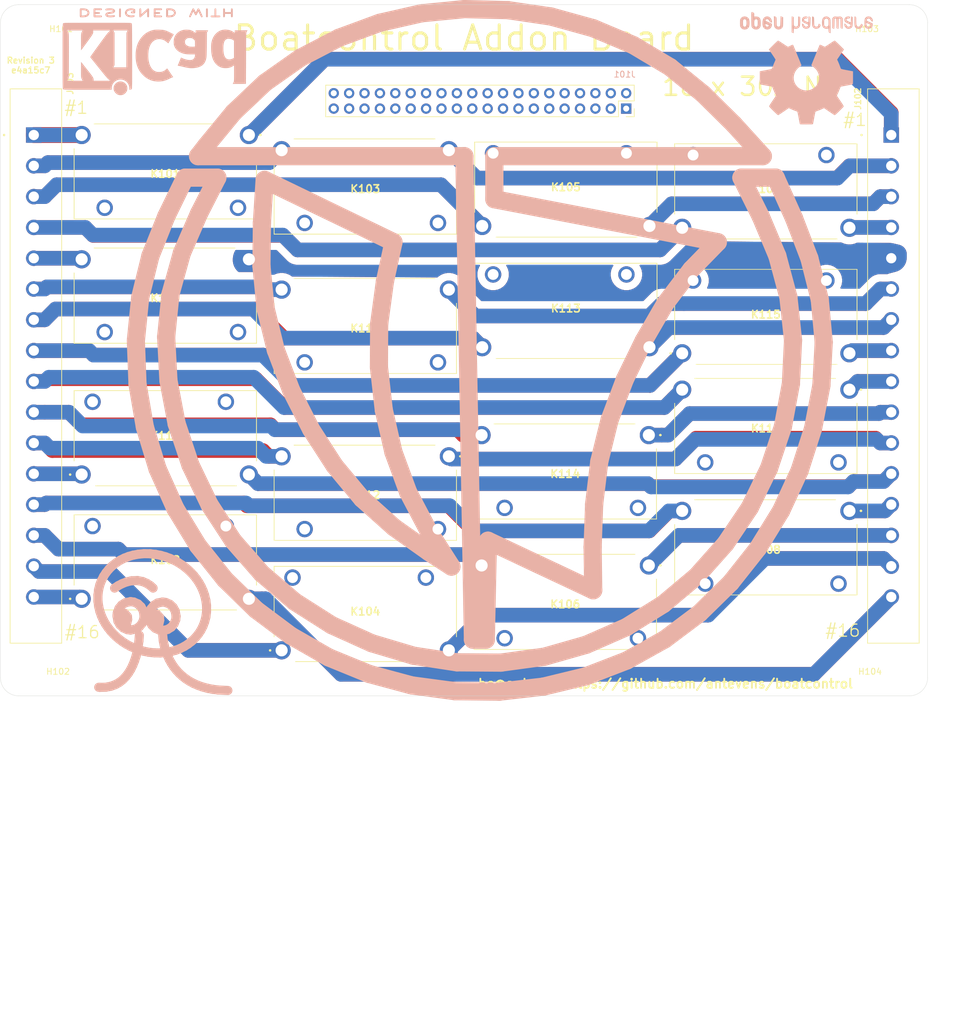
<source format=kicad_pcb>
(kicad_pcb (version 20171130) (host pcbnew 5.1.5+dfsg1-2build2)
  (title_block (title "BoatControl Non-latching Relay Addon Board") (date 2021-04-09) (rev 2) (company Rugludallur) (comment 1 "16x 30A NO  Relay Addon board for Boatcontrol") (comment 2 https://github.com/antevens/boatcontrol/addon/CommonCathode60A) (comment 3 a@ant.st) (comment 4 e4a15c7d5454532087f6000c5f26d57cda012915))
  (layers (0 F.Cu power hide) (1 In1.Cu signal hide) (2 In2.Cu signal hide) (31 B.Cu power) (34 B.Paste user) (35 F.Paste user) (36 B.SilkS user) (37 F.SilkS user) (38 B.Mask user) (39 F.Mask user) (44 Edge.Cuts user))
  (net 0 "")
  (net 1 GND)
  (net 2 /K8_COIL_ON)
  (net 3 /K3_COIL_ON)
  (net 4 /K7_COIL_ON)
  (net 5 /K6_COIL_ON)
  (net 6 /K1_COIL_ON)
  (net 7 /K5_COIL_ON)
  (net 8 /K4_COIL_ON)
  (net 9 /K2_COIL_ON)
  (net 10 /K16_COIL_ON)
  (net 11 /K15_COIL_ON)
  (net 12 /K14_COIL_ON)
  (net 13 /K13_COIL_ON)
  (net 14 /K12_COIL_ON)
  (net 15 /K11_COIL_ON)
  (net 16 /K10_COIL_ON)
  (net 17 /K9_COIL_ON)
  (net 18 "Net-(J102-Pad1)")
  (net 19 "Net-(J102-Pad2)")
  (net 20 "Net-(J102-Pad3)")
  (net 21 "Net-(J102-Pad4)")
  (net 22 "Net-(J102-Pad5)")
  (net 23 "Net-(J102-Pad6)")
  (net 24 "Net-(J102-Pad7)")
  (net 25 "Net-(J102-Pad8)")
  (net 26 "Net-(J102-Pad9)")
  (net 27 "Net-(J102-Pad10)")
  (net 28 "Net-(J102-Pad11)")
  (net 29 "Net-(J102-Pad12)")
  (net 30 "Net-(J102-Pad13)")
  (net 31 "Net-(J102-Pad14)")
  (net 32 "Net-(J102-Pad15)")
  (net 33 "Net-(J102-Pad16)")
  (net 34 "Net-(J103-Pad1)")
  (net 35 "Net-(J103-Pad2)")
  (net 36 "Net-(J103-Pad3)")
  (net 37 "Net-(J103-Pad4)")
  (net 38 "Net-(J103-Pad5)")
  (net 39 "Net-(J103-Pad6)")
  (net 40 "Net-(J103-Pad7)")
  (net 41 "Net-(J103-Pad8)")
  (net 42 "Net-(J103-Pad9)")
  (net 43 "Net-(J103-Pad10)")
  (net 44 "Net-(J103-Pad11)")
  (net 45 "Net-(J103-Pad12)")
  (net 46 "Net-(J103-Pad13)")
  (net 47 "Net-(J103-Pad14)")
  (net 48 "Net-(J103-Pad15)")
  (net 49 "Net-(J103-Pad16)")
  (module BoatControl:CUI_TBP01R2W-508-16BE (layer F.Cu) (at 55.5 44.5 270)
    (fp_text reference J103 (at -8.5 -6 90) (layer F.SilkS) (effects (font (thickness 0.2))))
    (fp_text value TBP01R2W-508-16BE)
    (pad 1 thru_hole rect (at 0 0 270) (size 2.55 2.55) (drill 1.7) (layers *.Cu *.Mask) (net 34 "Net-(J103-Pad1)"))
    (pad 2 thru_hole circle (at 5.08 0 270) (size 2.55 2.55) (drill 1.7) (layers *.Cu *.Mask) (net 35 "Net-(J103-Pad2)"))
    (pad 3 thru_hole circle (at 10.16 0 270) (size 2.55 2.55) (drill 1.7) (layers *.Cu *.Mask) (net 36 "Net-(J103-Pad3)"))
    (pad 4 thru_hole circle (at 15.24 0 270) (size 2.55 2.55) (drill 1.7) (layers *.Cu *.Mask) (net 37 "Net-(J103-Pad4)"))
    (pad 5 thru_hole circle (at 20.32 0 270) (size 2.55 2.55) (drill 1.7) (layers *.Cu *.Mask) (net 38 "Net-(J103-Pad5)"))
    (pad 6 thru_hole circle (at 25.4 0 270) (size 2.55 2.55) (drill 1.7) (layers *.Cu *.Mask) (net 39 "Net-(J103-Pad6)"))
    (pad 7 thru_hole circle (at 30.48 0 270) (size 2.55 2.55) (drill 1.7) (layers *.Cu *.Mask) (net 40 "Net-(J103-Pad7)"))
    (pad 8 thru_hole circle (at 35.56 0 270) (size 2.55 2.55) (drill 1.7) (layers *.Cu *.Mask) (net 41 "Net-(J103-Pad8)"))
    (pad 9 thru_hole circle (at 40.64 0 270) (size 2.55 2.55) (drill 1.7) (layers *.Cu *.Mask) (net 42 "Net-(J103-Pad9)"))
    (pad 10 thru_hole circle (at 45.72 0 270) (size 2.55 2.55) (drill 1.7) (layers *.Cu *.Mask) (net 43 "Net-(J103-Pad10)"))
    (pad 11 thru_hole circle (at 50.8 0 270) (size 2.55 2.55) (drill 1.7) (layers *.Cu *.Mask) (net 44 "Net-(J103-Pad11)"))
    (pad 12 thru_hole circle (at 55.88 0 270) (size 2.55 2.55) (drill 1.7) (layers *.Cu *.Mask) (net 45 "Net-(J103-Pad12)"))
    (pad 13 thru_hole circle (at 60.96 0 270) (size 2.55 2.55) (drill 1.7) (layers *.Cu *.Mask) (net 46 "Net-(J103-Pad13)"))
    (pad 14 thru_hole circle (at 66.04 0 270) (size 2.55 2.55) (drill 1.7) (layers *.Cu *.Mask) (net 47 "Net-(J103-Pad14)"))
    (pad 15 thru_hole circle (at 71.12 0 270) (size 2.55 2.55) (drill 1.7) (layers *.Cu *.Mask) (net 48 "Net-(J103-Pad15)"))
    (pad 16 thru_hole circle (at 76.2 0 270) (size 2.55 2.55) (drill 1.7) (layers *.Cu *.Mask) (net 49 "Net-(J103-Pad16)"))
  )
  (module BoatControl:CUI_TBP01R2W-508-16BE (layer F.Cu) (at 197 44.5 270)
    (fp_text reference J102 (at -6 5.5 90) (layer F.SilkS) (effects (font (thickness 0.2))))
    (fp_text value TBP01R2W-508-16BE)
    (pad 1 thru_hole rect (at 0 0 270) (size 2.55 2.55) (drill 1.7) (layers *.Cu *.Mask) (net 18 "Net-(J102-Pad1)"))
    (pad 2 thru_hole circle (at 5.08 0 270) (size 2.55 2.55) (drill 1.7) (layers *.Cu *.Mask) (net 19 "Net-(J102-Pad2)"))
    (pad 3 thru_hole circle (at 10.16 0 270) (size 2.55 2.55) (drill 1.7) (layers *.Cu *.Mask) (net 20 "Net-(J102-Pad3)"))
    (pad 4 thru_hole circle (at 15.24 0 270) (size 2.55 2.55) (drill 1.7) (layers *.Cu *.Mask) (net 21 "Net-(J102-Pad4)"))
    (pad 5 thru_hole circle (at 20.32 0 270) (size 2.55 2.55) (drill 1.7) (layers *.Cu *.Mask) (net 22 "Net-(J102-Pad5)"))
    (pad 6 thru_hole circle (at 25.4 0 270) (size 2.55 2.55) (drill 1.7) (layers *.Cu *.Mask) (net 23 "Net-(J102-Pad6)"))
    (pad 7 thru_hole circle (at 30.48 0 270) (size 2.55 2.55) (drill 1.7) (layers *.Cu *.Mask) (net 24 "Net-(J102-Pad7)"))
    (pad 8 thru_hole circle (at 35.56 0 270) (size 2.55 2.55) (drill 1.7) (layers *.Cu *.Mask) (net 25 "Net-(J102-Pad8)"))
    (pad 9 thru_hole circle (at 40.64 0 270) (size 2.55 2.55) (drill 1.7) (layers *.Cu *.Mask) (net 26 "Net-(J102-Pad9)"))
    (pad 10 thru_hole circle (at 45.72 0 270) (size 2.55 2.55) (drill 1.7) (layers *.Cu *.Mask) (net 27 "Net-(J102-Pad10)"))
    (pad 11 thru_hole circle (at 50.8 0 270) (size 2.55 2.55) (drill 1.7) (layers *.Cu *.Mask) (net 28 "Net-(J102-Pad11)"))
    (pad 12 thru_hole circle (at 55.88 0 270) (size 2.55 2.55) (drill 1.7) (layers *.Cu *.Mask) (net 29 "Net-(J102-Pad12)"))
    (pad 13 thru_hole circle (at 60.96 0 270) (size 2.55 2.55) (drill 1.7) (layers *.Cu *.Mask) (net 30 "Net-(J102-Pad13)"))
    (pad 14 thru_hole circle (at 66.04 0 270) (size 2.55 2.55) (drill 1.7) (layers *.Cu *.Mask) (net 31 "Net-(J102-Pad14)"))
    (pad 15 thru_hole circle (at 71.12 0 270) (size 2.55 2.55) (drill 1.7) (layers *.Cu *.Mask) (net 32 "Net-(J102-Pad15)"))
    (pad 16 thru_hole circle (at 76.2 0 270) (size 2.55 2.55) (drill 1.7) (layers *.Cu *.Mask) (net 33 "Net-(J102-Pad16)"))
  )
  (module BoatControl:ALFG2PF121 (layer F.Cu) (at 190.1 86.5 180)
    (fp_text reference K116 (at 13.8 -6.4) (layer F.SilkS) (effects (font (size 1.27 1.27) (thickness 0.254))))
    (fp_text value ALFG2PF121 hide)
    (pad 1 thru_hole circle (at 0 0 180) (size 3 3) (drill 2) (layers *.Cu *.Mask) (net 26 "Net-(J102-Pad9)"))
    (pad 2 thru_hole circle (at 27.6 0 180) (size 3 3) (drill 2) (layers *.Cu *.Mask) (net 42 "Net-(J103-Pad9)"))
    (pad 3 thru_hole circle (at 23.8 -12 180) (size 2.7 2.7) (drill 1.8) (layers *.Cu *.Mask) (net 1 GND))
    (pad 4 thru_hole circle (at 1.8 -12 180) (size 2.7 2.7) (drill 1.8) (layers *.Cu *.Mask) (net 17 /K9_COIL_ON))
  )
  (module BoatControl:ALFG2PF121 (layer F.Cu) (at 162.5 80.5)
    (fp_text reference K115 (at 13.8 -6.4) (layer F.SilkS) (effects (font (size 1.27 1.27) (thickness 0.254))))
    (fp_text value ALFG2PF121 hide)
    (pad 1 thru_hole circle (at 0 0) (size 3 3) (drill 2) (layers *.Cu *.Mask) (net 41 "Net-(J103-Pad8)"))
    (pad 2 thru_hole circle (at 27.6 0) (size 3 3) (drill 2) (layers *.Cu *.Mask) (net 25 "Net-(J102-Pad8)"))
    (pad 3 thru_hole circle (at 23.8 -12) (size 2.7 2.7) (drill 1.8) (layers *.Cu *.Mask) (net 2 /K8_COIL_ON))
    (pad 4 thru_hole circle (at 1.8 -12) (size 2.7 2.7) (drill 1.8) (layers *.Cu *.Mask) (net 1 GND))
  )
  (module BoatControl:ALFG2PF121 (layer F.Cu) (at 157 94 180)
    (fp_text reference K114 (at 13.8 -6.4) (layer F.SilkS) (effects (font (size 1.27 1.27) (thickness 0.254))))
    (fp_text value ALFG2PF121 hide)
    (pad 1 thru_hole circle (at 0 0 180) (size 3 3) (drill 2) (layers *.Cu *.Mask) (net 27 "Net-(J102-Pad10)"))
    (pad 2 thru_hole circle (at 27.6 0 180) (size 3 3) (drill 2) (layers *.Cu *.Mask) (net 43 "Net-(J103-Pad10)"))
    (pad 3 thru_hole circle (at 23.8 -12 180) (size 2.7 2.7) (drill 1.8) (layers *.Cu *.Mask) (net 1 GND))
    (pad 4 thru_hole circle (at 1.8 -12 180) (size 2.7 2.7) (drill 1.8) (layers *.Cu *.Mask) (net 16 /K10_COIL_ON))
  )
  (module BoatControl:ALFG2PF121 (layer F.Cu) (at 129.5 79.5)
    (fp_text reference K113 (at 13.8 -6.4) (layer F.SilkS) (effects (font (size 1.27 1.27) (thickness 0.254))))
    (fp_text value ALFG2PF121 hide)
    (pad 1 thru_hole circle (at 0 0) (size 3 3) (drill 2) (layers *.Cu *.Mask) (net 40 "Net-(J103-Pad7)"))
    (pad 2 thru_hole circle (at 27.6 0) (size 3 3) (drill 2) (layers *.Cu *.Mask) (net 24 "Net-(J102-Pad7)"))
    (pad 3 thru_hole circle (at 23.8 -12) (size 2.7 2.7) (drill 1.8) (layers *.Cu *.Mask) (net 4 /K7_COIL_ON))
    (pad 4 thru_hole circle (at 1.8 -12) (size 2.7 2.7) (drill 1.8) (layers *.Cu *.Mask) (net 1 GND))
  )
  (module BoatControl:ALFG2PF121 (layer F.Cu) (at 124 97.5 180)
    (fp_text reference K112 (at 13.8 -6.4) (layer F.SilkS) (effects (font (size 1.27 1.27) (thickness 0.254))))
    (fp_text value ALFG2PF121 hide)
    (pad 1 thru_hole circle (at 0 0 180) (size 3 3) (drill 2) (layers *.Cu *.Mask) (net 28 "Net-(J102-Pad11)"))
    (pad 2 thru_hole circle (at 27.6 0 180) (size 3 3) (drill 2) (layers *.Cu *.Mask) (net 44 "Net-(J103-Pad11)"))
    (pad 3 thru_hole circle (at 23.8 -12 180) (size 2.7 2.7) (drill 1.8) (layers *.Cu *.Mask) (net 1 GND))
    (pad 4 thru_hole circle (at 1.8 -12 180) (size 2.7 2.7) (drill 1.8) (layers *.Cu *.Mask) (net 15 /K11_COIL_ON))
  )
  (module BoatControl:ALFG2PF121 (layer F.Cu) (at 124 70 180)
    (fp_text reference K111 (at 13.8 -6.4) (layer F.SilkS) (effects (font (size 1.27 1.27) (thickness 0.254))))
    (fp_text value ALFG2PF121 hide)
    (pad 1 thru_hole circle (at 0 0 180) (size 3 3) (drill 2) (layers *.Cu *.Mask) (net 23 "Net-(J102-Pad6)"))
    (pad 2 thru_hole circle (at 27.6 0 180) (size 3 3) (drill 2) (layers *.Cu *.Mask) (net 39 "Net-(J103-Pad6)"))
    (pad 3 thru_hole circle (at 23.8 -12 180) (size 2.7 2.7) (drill 1.8) (layers *.Cu *.Mask) (net 1 GND))
    (pad 4 thru_hole circle (at 1.8 -12 180) (size 2.7 2.7) (drill 1.8) (layers *.Cu *.Mask) (net 5 /K6_COIL_ON))
  )
  (module BoatControl:ALFG2PF121 (layer F.Cu) (at 63.4 100.5)
    (fp_text reference K110 (at 13.8 -6.4) (layer F.SilkS) (effects (font (size 1.27 1.27) (thickness 0.254))))
    (fp_text value ALFG2PF121 hide)
    (pad 1 thru_hole circle (at 0 0) (size 3 3) (drill 2) (layers *.Cu *.Mask) (net 45 "Net-(J103-Pad12)"))
    (pad 2 thru_hole circle (at 27.6 0) (size 3 3) (drill 2) (layers *.Cu *.Mask) (net 29 "Net-(J102-Pad12)"))
    (pad 3 thru_hole circle (at 23.8 -12) (size 2.7 2.7) (drill 1.8) (layers *.Cu *.Mask) (net 14 /K12_COIL_ON))
    (pad 4 thru_hole circle (at 1.8 -12) (size 2.7 2.7) (drill 1.8) (layers *.Cu *.Mask) (net 1 GND))
  )
  (module BoatControl:ALFG2PF121 (layer F.Cu) (at 91 65 180)
    (fp_text reference K109 (at 13.8 -6.4) (layer F.SilkS) (effects (font (size 1.27 1.27) (thickness 0.254))))
    (fp_text value ALFG2PF121 hide)
    (pad 1 thru_hole circle (at 0 0 180) (size 3 3) (drill 2) (layers *.Cu *.Mask) (net 22 "Net-(J102-Pad5)"))
    (pad 2 thru_hole circle (at 27.6 0 180) (size 3 3) (drill 2) (layers *.Cu *.Mask) (net 38 "Net-(J103-Pad5)"))
    (pad 3 thru_hole circle (at 23.8 -12 180) (size 2.7 2.7) (drill 1.8) (layers *.Cu *.Mask) (net 1 GND))
    (pad 4 thru_hole circle (at 1.8 -12 180) (size 2.7 2.7) (drill 1.8) (layers *.Cu *.Mask) (net 7 /K5_COIL_ON))
  )
  (module BoatControl:ALFG2PF121 (layer F.Cu) (at 190.1 106.5 180)
    (fp_text reference K108 (at 13.8 -6.4) (layer F.SilkS) (effects (font (size 1.27 1.27) (thickness 0.254))))
    (fp_text value ALFG2PF121 hide)
    (pad 1 thru_hole circle (at 0 0 180) (size 3 3) (drill 2) (layers *.Cu *.Mask) (net 30 "Net-(J102-Pad13)"))
    (pad 2 thru_hole circle (at 27.6 0 180) (size 3 3) (drill 2) (layers *.Cu *.Mask) (net 46 "Net-(J103-Pad13)"))
    (pad 3 thru_hole circle (at 23.8 -12 180) (size 2.7 2.7) (drill 1.8) (layers *.Cu *.Mask) (net 1 GND))
    (pad 4 thru_hole circle (at 1.8 -12 180) (size 2.7 2.7) (drill 1.8) (layers *.Cu *.Mask) (net 13 /K13_COIL_ON))
  )
  (module BoatControl:ALFG2PF121 (layer F.Cu) (at 162.5 59.8)
    (fp_text reference K107 (at 13.8 -6.4) (layer F.SilkS) (effects (font (size 1.27 1.27) (thickness 0.254))))
    (fp_text value ALFG2PF121 hide)
    (pad 1 thru_hole circle (at 0 0) (size 3 3) (drill 2) (layers *.Cu *.Mask) (net 37 "Net-(J103-Pad4)"))
    (pad 2 thru_hole circle (at 27.6 0) (size 3 3) (drill 2) (layers *.Cu *.Mask) (net 21 "Net-(J102-Pad4)"))
    (pad 3 thru_hole circle (at 23.8 -12) (size 2.7 2.7) (drill 1.8) (layers *.Cu *.Mask) (net 8 /K4_COIL_ON))
    (pad 4 thru_hole circle (at 1.8 -12) (size 2.7 2.7) (drill 1.8) (layers *.Cu *.Mask) (net 1 GND))
  )
  (module BoatControl:ALFG2PF121 (layer F.Cu) (at 157 115.5 180)
    (fp_text reference K106 (at 13.8 -6.4) (layer F.SilkS) (effects (font (size 1.27 1.27) (thickness 0.254))))
    (fp_text value ALFG2PF121 hide)
    (pad 1 thru_hole circle (at 0 0 180) (size 3 3) (drill 2) (layers *.Cu *.Mask) (net 31 "Net-(J102-Pad14)"))
    (pad 2 thru_hole circle (at 27.6 0 180) (size 3 3) (drill 2) (layers *.Cu *.Mask) (net 47 "Net-(J103-Pad14)"))
    (pad 3 thru_hole circle (at 23.8 -12 180) (size 2.7 2.7) (drill 1.8) (layers *.Cu *.Mask) (net 1 GND))
    (pad 4 thru_hole circle (at 1.8 -12 180) (size 2.7 2.7) (drill 1.8) (layers *.Cu *.Mask) (net 12 /K14_COIL_ON))
  )
  (module BoatControl:ALFG2PF121 (layer F.Cu) (at 129.5 59.5)
    (fp_text reference K105 (at 13.8 -6.4) (layer F.SilkS) (effects (font (size 1.27 1.27) (thickness 0.254))))
    (fp_text value ALFG2PF121 hide)
    (pad 1 thru_hole circle (at 0 0) (size 3 3) (drill 2) (layers *.Cu *.Mask) (net 36 "Net-(J103-Pad3)"))
    (pad 2 thru_hole circle (at 27.6 0) (size 3 3) (drill 2) (layers *.Cu *.Mask) (net 20 "Net-(J102-Pad3)"))
    (pad 3 thru_hole circle (at 23.8 -12) (size 2.7 2.7) (drill 1.8) (layers *.Cu *.Mask) (net 3 /K3_COIL_ON))
    (pad 4 thru_hole circle (at 1.8 -12) (size 2.7 2.7) (drill 1.8) (layers *.Cu *.Mask) (net 1 GND))
  )
  (module BoatControl:ALFG2PF121 (layer F.Cu) (at 96.4 129.5)
    (fp_text reference K104 (at 13.8 -6.4) (layer F.SilkS) (effects (font (size 1.27 1.27) (thickness 0.254))))
    (fp_text value ALFG2PF121 hide)
    (pad 1 thru_hole circle (at 0 0) (size 3 3) (drill 2) (layers *.Cu *.Mask) (net 48 "Net-(J103-Pad15)"))
    (pad 2 thru_hole circle (at 27.6 0) (size 3 3) (drill 2) (layers *.Cu *.Mask) (net 32 "Net-(J102-Pad15)"))
    (pad 3 thru_hole circle (at 23.8 -12) (size 2.7 2.7) (drill 1.8) (layers *.Cu *.Mask) (net 11 /K15_COIL_ON))
    (pad 4 thru_hole circle (at 1.8 -12) (size 2.7 2.7) (drill 1.8) (layers *.Cu *.Mask) (net 1 GND))
  )
  (module BoatControl:ALFG2PF121 (layer F.Cu) (at 124 47 180)
    (fp_text reference K103 (at 13.8 -6.4) (layer F.SilkS) (effects (font (size 1.27 1.27) (thickness 0.254))))
    (fp_text value ALFG2PF121 hide)
    (pad 1 thru_hole circle (at 0 0 180) (size 3 3) (drill 2) (layers *.Cu *.Mask) (net 19 "Net-(J102-Pad2)"))
    (pad 2 thru_hole circle (at 27.6 0 180) (size 3 3) (drill 2) (layers *.Cu *.Mask) (net 35 "Net-(J103-Pad2)"))
    (pad 3 thru_hole circle (at 23.8 -12 180) (size 2.7 2.7) (drill 1.8) (layers *.Cu *.Mask) (net 1 GND))
    (pad 4 thru_hole circle (at 1.8 -12 180) (size 2.7 2.7) (drill 1.8) (layers *.Cu *.Mask) (net 9 /K2_COIL_ON))
  )
  (module BoatControl:ALFG2PF121 (layer F.Cu) (at 63.4 121)
    (fp_text reference K102 (at 13.8 -6.4) (layer F.SilkS) (effects (font (size 1.27 1.27) (thickness 0.254))))
    (fp_text value ALFG2PF121 hide)
    (pad 1 thru_hole circle (at 0 0) (size 3 3) (drill 2) (layers *.Cu *.Mask) (net 49 "Net-(J103-Pad16)"))
    (pad 2 thru_hole circle (at 27.6 0) (size 3 3) (drill 2) (layers *.Cu *.Mask) (net 33 "Net-(J102-Pad16)"))
    (pad 3 thru_hole circle (at 23.8 -12) (size 2.7 2.7) (drill 1.8) (layers *.Cu *.Mask) (net 10 /K16_COIL_ON))
    (pad 4 thru_hole circle (at 1.8 -12) (size 2.7 2.7) (drill 1.8) (layers *.Cu *.Mask) (net 1 GND))
  )
  (module BoatControl:ALFG2PF121 (layer F.Cu) (at 91 44.5 180)
    (fp_text reference K101 (at 13.8 -6.4) (layer F.SilkS) (effects (font (size 1.27 1.27) (thickness 0.254))))
    (fp_text value ALFG2PF121 hide)
    (pad 1 thru_hole circle (at 0 0 180) (size 3 3) (drill 2) (layers *.Cu *.Mask) (net 18 "Net-(J102-Pad1)"))
    (pad 2 thru_hole circle (at 27.6 0 180) (size 3 3) (drill 2) (layers *.Cu *.Mask) (net 34 "Net-(J103-Pad1)"))
    (pad 3 thru_hole circle (at 23.8 -12 180) (size 2.7 2.7) (drill 1.8) (layers *.Cu *.Mask) (net 1 GND))
    (pad 4 thru_hole circle (at 1.8 -12 180) (size 2.7 2.7) (drill 1.8) (layers *.Cu *.Mask) (net 6 /K1_COIL_ON))
  )
  (module Symbol:KiCad-Logo2_12mm_SilkScreen (layer B.Cu) (at 75.5 32)
    (fp_text reference LOGO101 hide)
    (fp_text value Logo_Open_Hardware_Large hide)
  )
  (module BoatControl:Rugludallur-Logo_SilkScreen (layer B.Cu) (at 127 80)
    (fp_text reference G101 hide)
    (fp_text value LOGO_RUGLUDALLUR hide)
  )
  (module BoatControl:Ant_Logo_SilkScreen (layer B.Cu) (at 74.8 121)
    (fp_text reference G102 hide)
    (fp_text value LOGO_ANT hide)
  )
  (module Connector_PinSocket_2.54mm:PinSocket_2x20_P2.54mm_Vertical (layer F.Cu) (at 153.26 40.14 270)
    (fp_text reference J101 (at -5.64 0.26 180) (layer B.SilkS) (effects (justify mirror)))
    (fp_text value "Conn_02x20_Odd_Even Header" hide)
    (pad 40 thru_hole oval (at -2.54 48.26 270) (size 1.7 1.7) (drill 1) (layers *.Cu *.Mask) (net 1 GND))
    (pad 39 thru_hole oval (at 0 48.26 270) (size 1.7 1.7) (drill 1) (layers *.Cu *.Mask) (net 1 GND))
    (pad 38 thru_hole oval (at -2.54 45.72 270) (size 1.7 1.7) (drill 1) (layers *.Cu *.Mask) (net 1 GND))
    (pad 37 thru_hole oval (at 0 45.72 270) (size 1.7 1.7) (drill 1) (layers *.Cu *.Mask) (net 1 GND))
    (pad 36 thru_hole oval (at -2.54 43.18 270) (size 1.7 1.7) (drill 1) (layers *.Cu *.Mask) (net 1 GND))
    (pad 35 thru_hole oval (at 0 43.18 270) (size 1.7 1.7) (drill 1) (layers *.Cu *.Mask) (net 1 GND))
    (pad 34 thru_hole oval (at -2.54 40.64 270) (size 1.7 1.7) (drill 1) (layers *.Cu *.Mask) (net 1 GND))
    (pad 33 thru_hole oval (at 0 40.64 270) (size 1.7 1.7) (drill 1) (layers *.Cu *.Mask) (net 1 GND))
    (pad 32 thru_hole oval (at -2.54 38.1 270) (size 1.7 1.7) (drill 1) (layers *.Cu *.Mask) (net 10 /K16_COIL_ON))
    (pad 31 thru_hole oval (at 0 38.1 270) (size 1.7 1.7) (drill 1) (layers *.Cu *.Mask) (net 10 /K16_COIL_ON))
    (pad 30 thru_hole oval (at -2.54 35.56 270) (size 1.7 1.7) (drill 1) (layers *.Cu *.Mask) (net 11 /K15_COIL_ON))
    (pad 29 thru_hole oval (at 0 35.56 270) (size 1.7 1.7) (drill 1) (layers *.Cu *.Mask) (net 11 /K15_COIL_ON))
    (pad 28 thru_hole oval (at -2.54 33.02 270) (size 1.7 1.7) (drill 1) (layers *.Cu *.Mask) (net 12 /K14_COIL_ON))
    (pad 27 thru_hole oval (at 0 33.02 270) (size 1.7 1.7) (drill 1) (layers *.Cu *.Mask) (net 12 /K14_COIL_ON))
    (pad 26 thru_hole oval (at -2.54 30.48 270) (size 1.7 1.7) (drill 1) (layers *.Cu *.Mask) (net 13 /K13_COIL_ON))
    (pad 25 thru_hole oval (at 0 30.48 270) (size 1.7 1.7) (drill 1) (layers *.Cu *.Mask) (net 13 /K13_COIL_ON))
    (pad 24 thru_hole oval (at -2.54 27.94 270) (size 1.7 1.7) (drill 1) (layers *.Cu *.Mask) (net 14 /K12_COIL_ON))
    (pad 23 thru_hole oval (at 0 27.94 270) (size 1.7 1.7) (drill 1) (layers *.Cu *.Mask) (net 14 /K12_COIL_ON))
    (pad 22 thru_hole oval (at -2.54 25.4 270) (size 1.7 1.7) (drill 1) (layers *.Cu *.Mask) (net 15 /K11_COIL_ON))
    (pad 21 thru_hole oval (at 0 25.4 270) (size 1.7 1.7) (drill 1) (layers *.Cu *.Mask) (net 15 /K11_COIL_ON))
    (pad 20 thru_hole oval (at -2.54 22.86 270) (size 1.7 1.7) (drill 1) (layers *.Cu *.Mask) (net 16 /K10_COIL_ON))
    (pad 19 thru_hole oval (at 0 22.86 270) (size 1.7 1.7) (drill 1) (layers *.Cu *.Mask) (net 16 /K10_COIL_ON))
    (pad 18 thru_hole oval (at -2.54 20.32 270) (size 1.7 1.7) (drill 1) (layers *.Cu *.Mask) (net 17 /K9_COIL_ON))
    (pad 17 thru_hole oval (at 0 20.32 270) (size 1.7 1.7) (drill 1) (layers *.Cu *.Mask) (net 17 /K9_COIL_ON))
    (pad 16 thru_hole oval (at -2.54 17.78 270) (size 1.7 1.7) (drill 1) (layers *.Cu *.Mask) (net 2 /K8_COIL_ON))
    (pad 15 thru_hole oval (at 0 17.78 270) (size 1.7 1.7) (drill 1) (layers *.Cu *.Mask) (net 2 /K8_COIL_ON))
    (pad 14 thru_hole oval (at -2.54 15.24 270) (size 1.7 1.7) (drill 1) (layers *.Cu *.Mask) (net 4 /K7_COIL_ON))
    (pad 13 thru_hole oval (at 0 15.24 270) (size 1.7 1.7) (drill 1) (layers *.Cu *.Mask) (net 4 /K7_COIL_ON))
    (pad 12 thru_hole oval (at -2.54 12.7 270) (size 1.7 1.7) (drill 1) (layers *.Cu *.Mask) (net 5 /K6_COIL_ON))
    (pad 11 thru_hole oval (at 0 12.7 270) (size 1.7 1.7) (drill 1) (layers *.Cu *.Mask) (net 5 /K6_COIL_ON))
    (pad 10 thru_hole oval (at -2.54 10.16 270) (size 1.7 1.7) (drill 1) (layers *.Cu *.Mask) (net 7 /K5_COIL_ON))
    (pad 9 thru_hole oval (at 0 10.16 270) (size 1.7 1.7) (drill 1) (layers *.Cu *.Mask) (net 7 /K5_COIL_ON))
    (pad 8 thru_hole oval (at -2.54 7.62 270) (size 1.7 1.7) (drill 1) (layers *.Cu *.Mask) (net 8 /K4_COIL_ON))
    (pad 7 thru_hole oval (at 0 7.62 270) (size 1.7 1.7) (drill 1) (layers *.Cu *.Mask) (net 8 /K4_COIL_ON))
    (pad 6 thru_hole oval (at -2.54 5.08 270) (size 1.7 1.7) (drill 1) (layers *.Cu *.Mask) (net 3 /K3_COIL_ON))
    (pad 5 thru_hole oval (at 0 5.08 270) (size 1.7 1.7) (drill 1) (layers *.Cu *.Mask) (net 3 /K3_COIL_ON))
    (pad 4 thru_hole oval (at -2.54 2.54 270) (size 1.7 1.7) (drill 1) (layers *.Cu *.Mask) (net 9 /K2_COIL_ON))
    (pad 3 thru_hole oval (at 0 2.54 270) (size 1.7 1.7) (drill 1) (layers *.Cu *.Mask) (net 9 /K2_COIL_ON))
    (pad 2 thru_hole oval (at -2.54 0 270) (size 1.7 1.7) (drill 1) (layers *.Cu *.Mask) (net 6 /K1_COIL_ON))
    (pad 1 thru_hole rect (at 0 0 270) (size 1.7 1.7) (drill 1) (layers *.Cu *.Mask) (net 6 /K1_COIL_ON))
  )
  (module Symbol:OSHW-Logo2_24.3x20mm_SilkScreen (layer B.Cu) (at 183 33.5)
    (fp_text reference LOGO102 hide)
    (fp_text value Logo_Open_Hardware_Large hide)
  )
  (module MountingHole:MountingHole_3mm (layer F.Cu) (at 199 133)
    (fp_text reference H104 (at -5.5 0) (layer F.SilkS))
    (fp_text value MountingHole)
    (pad 1 np_thru_hole circle (at 0 0) (size 3 3) (drill 3) (layers *.Cu *.Mask))
  )
  (module MountingHole:MountingHole_3mm (layer F.Cu) (at 199 27)
    (fp_text reference H103 (at -6 0) (layer F.SilkS))
    (fp_text value MountingHole)
    (pad 1 np_thru_hole circle (at 0 0) (size 3 3) (drill 3) (layers *.Cu *.Mask))
  )
  (module MountingHole:MountingHole_3mm (layer F.Cu) (at 54 133)
    (fp_text reference H102 (at 5.5 0) (layer F.SilkS))
    (fp_text value MountingHole)
    (pad 1 np_thru_hole circle (at 0 0) (size 3 3) (drill 3) (layers *.Cu *.Mask))
  )
  (module MountingHole:MountingHole_3mm (layer F.Cu) (at 54 27)
    (fp_text reference H101 (at 6 0) (layer F.SilkS))
    (fp_text value MountingHole)
    (pad 1 np_thru_hole circle (at 0 0) (size 3 3) (drill 3) (layers *.Cu *.Mask))
  )
  (gr_text "#16" (at 189 126.25) (layer F.SilkS) (effects (font (size 2 2) (thickness 0.2))))
  (gr_text "#16" (at 63.5 126.5) (layer F.SilkS) (effects (font (size 2 2) (thickness 0.2))))
  (gr_text "#1" (at 191 42) (layer F.SilkS) (effects (font (size 2 2) (thickness 0.2))))
  (gr_text "#1" (at 62.5 40) (layer F.SilkS) (effects (font (size 2 2) (thickness 0.2))))
  (gr_text "16 x 30A NO" (at 174 36.5) (layer F.SilkS) (effects (font (size 3 3) (thickness 0.4))))
  (gr_text "Boatcontrol Addon Board" (at 126.5 28.5) (layer F.SilkS) (effects (font (size 4 4) (thickness 0.5))))
  (gr_text "Revision 3\ne4a15c7" (at 55 33) (layer F.SilkS) (effects (font (size 1 1) (thickness 0.2))))
  (gr_text https://github.com/antevens/boatcontrol (at 166.8 135) (layer F.SilkS) (effects (font (size 1.5 1.5) (thickness 0.3))))
  (gr_text bc@ant.st (at 134.3 135) (layer F.SilkS) (effects (font (size 1.5 1.5) (thickness 0.3))))
  (gr_line (start 203 134) (end 203 26) (layer Edge.Cuts) (width 0.05))
  (gr_line (start 53 137) (end 200 137) (layer Edge.Cuts) (width 0.05))
  (gr_line (start 50 26) (end 50 134) (layer Edge.Cuts) (width 0.05))
  (gr_line (start 200 23) (end 53 23) (layer Edge.Cuts) (width 0.05))
  (gr_arc (start 53 134) (end 50 134) (angle -90) (layer Edge.Cuts) (width 0.05))
  (gr_arc (start 53 26) (end 53 23) (angle -90) (layer Edge.Cuts) (width 0.05))
  (gr_arc (start 200 26) (end 203 26) (angle -90) (layer Edge.Cuts) (width 0.05))
  (gr_arc (start 200 134) (end 200 137) (angle -90) (layer Edge.Cuts) (width 0.05))
  (segment (start 197 40.825) (end 188.175 32) (width 2.4) (layer F.Cu) (net 18))
  (segment (start 197 44.5) (end 197 40.825) (width 2.4) (layer F.Cu) (net 18))
  (segment (start 103.5 32) (end 91 44.5) (width 2.4) (layer F.Cu) (net 18))
  (segment (start 188.175 32) (end 103.5 32) (width 2.4) (layer F.Cu) (net 18))
  (segment (start 197 44.5) (end 197 41) (width 2.4) (layer B.Cu) (net 18))
  (segment (start 197 41) (end 188 32) (width 2.4) (layer B.Cu) (net 18))
  (segment (start 103.5 32) (end 91 44.5) (width 2.4) (layer B.Cu) (net 18))
  (segment (start 188 32) (end 103.5 32) (width 2.4) (layer B.Cu) (net 18))
  (segment (start 125.499999 48.499999) (end 124 47) (width 2.4) (layer F.Cu) (net 19))
  (segment (start 188.08 51.600001) (end 128.600001 51.600001) (width 2.4) (layer F.Cu) (net 19))
  (segment (start 190.100001 49.58) (end 188.08 51.600001) (width 2.4) (layer F.Cu) (net 19))
  (segment (start 128.600001 51.600001) (end 125.499999 48.499999) (width 2.4) (layer F.Cu) (net 19))
  (segment (start 197 49.58) (end 190.100001 49.58) (width 2.4) (layer F.Cu) (net 19))
  (segment (start 125.499999 48.499999) (end 124 47) (width 2.4) (layer B.Cu) (net 19))
  (segment (start 128.600001 51.600001) (end 125.499999 48.499999) (width 2.4) (layer B.Cu) (net 19))
  (segment (start 188.124001 51.600001) (end 128.600001 51.600001) (width 2.4) (layer B.Cu) (net 19))
  (segment (start 190.144002 49.58) (end 188.124001 51.600001) (width 2.4) (layer B.Cu) (net 19))
  (segment (start 197 49.58) (end 190.144002 49.58) (width 2.4) (layer B.Cu) (net 19))
  (segment (start 158.599999 58.000001) (end 157.1 59.5) (width 2.4) (layer B.Cu) (net 20))
  (segment (start 160.750001 55.849999) (end 158.599999 58.000001) (width 2.4) (layer B.Cu) (net 20))
  (segment (start 194.006879 55.849999) (end 160.750001 55.849999) (width 2.4) (layer B.Cu) (net 20))
  (segment (start 195.196878 54.66) (end 194.006879 55.849999) (width 2.4) (layer B.Cu) (net 20))
  (segment (start 197 54.66) (end 195.196878 54.66) (width 2.4) (layer B.Cu) (net 20))
  (segment (start 195.196878 54.66) (end 197 54.66) (width 2.4) (layer F.Cu) (net 20))
  (segment (start 194.006879 55.849999) (end 195.196878 54.66) (width 2.4) (layer F.Cu) (net 20))
  (segment (start 160.750001 55.849999) (end 194.006879 55.849999) (width 2.4) (layer F.Cu) (net 20))
  (segment (start 157.1 59.5) (end 160.750001 55.849999) (width 2.4) (layer F.Cu) (net 20))
  (segment (start 190.16 59.74) (end 190.1 59.8) (width 2.4) (layer F.Cu) (net 21))
  (segment (start 197 59.74) (end 190.16 59.74) (width 2.4) (layer F.Cu) (net 21))
  (segment (start 190.16 59.74) (end 190.1 59.8) (width 2.4) (layer B.Cu) (net 21))
  (segment (start 197 59.74) (end 190.16 59.74) (width 2.4) (layer B.Cu) (net 21))
  (segment (start 195.196878 69.9) (end 197 69.9) (width 2.4) (layer F.Cu) (net 23))
  (segment (start 192.796877 72.300001) (end 195.196878 69.9) (width 2.4) (layer F.Cu) (net 23))
  (segment (start 195.196878 69.9) (end 192.796877 72.300001) (width 2.4) (layer B.Cu) (net 23))
  (segment (start 197 69.9) (end 195.196878 69.9) (width 2.4) (layer B.Cu) (net 23))
  (segment (start 124 70) (end 128.349991 74.349991) (width 2.4) (layer F.Cu) (net 23))
  (segment (start 159.138106 72.300001) (end 192.796877 72.300001) (width 2.4) (layer F.Cu) (net 23))
  (segment (start 157.088116 74.349991) (end 159.138106 72.300001) (width 2.4) (layer F.Cu) (net 23))
  (segment (start 128.349991 74.349991) (end 157.088116 74.349991) (width 2.4) (layer F.Cu) (net 23))
  (segment (start 124 70) (end 128.349991 74.349991) (width 2.4) (layer B.Cu) (net 23))
  (segment (start 128.349991 74.349991) (end 157.088116 74.349991) (width 2.4) (layer B.Cu) (net 23))
  (segment (start 159.138106 72.300001) (end 162.800001 72.300001) (width 2.4) (layer B.Cu) (net 23))
  (segment (start 157.088116 74.349991) (end 159.138106 72.300001) (width 2.4) (layer B.Cu) (net 23))
  (segment (start 192.796877 72.300001) (end 162.800001 72.300001) (width 2.4) (layer B.Cu) (net 23))
  (segment (start 195.725001 76.254999) (end 197 74.98) (width 2.4) (layer F.Cu) (net 24))
  (segment (start 160.345001 76.254999) (end 195.725001 76.254999) (width 2.4) (layer F.Cu) (net 24))
  (segment (start 157.1 79.5) (end 160.345001 76.254999) (width 2.4) (layer F.Cu) (net 24))
  (segment (start 158.599999 78.000001) (end 157.1 79.5) (width 2.4) (layer B.Cu) (net 24))
  (segment (start 160.345001 76.254999) (end 158.599999 78.000001) (width 2.4) (layer B.Cu) (net 24))
  (segment (start 195.725001 76.254999) (end 160.345001 76.254999) (width 2.4) (layer B.Cu) (net 24))
  (segment (start 197 74.98) (end 195.725001 76.254999) (width 2.4) (layer B.Cu) (net 24))
  (segment (start 190.54 80.06) (end 190.1 80.5) (width 2.4) (layer F.Cu) (net 25))
  (segment (start 197 80.06) (end 190.54 80.06) (width 2.4) (layer F.Cu) (net 25))
  (segment (start 190.54 80.06) (end 190.1 80.5) (width 2.4) (layer B.Cu) (net 25))
  (segment (start 197 80.06) (end 190.54 80.06) (width 2.4) (layer B.Cu) (net 25))
  (segment (start 191.46 85.14) (end 190.1 86.5) (width 2.4) (layer F.Cu) (net 26))
  (segment (start 197 85.14) (end 191.46 85.14) (width 2.4) (layer F.Cu) (net 26))
  (segment (start 191.46 85.14) (end 190.1 86.5) (width 2.4) (layer B.Cu) (net 26))
  (segment (start 197 85.14) (end 191.46 85.14) (width 2.4) (layer B.Cu) (net 26))
  (segment (start 195.196878 90.22) (end 194.966877 90.450001) (width 2.4) (layer F.Cu) (net 27))
  (segment (start 197 90.22) (end 195.196878 90.22) (width 2.4) (layer F.Cu) (net 27))
  (segment (start 159.12132 94) (end 157 94) (width 2.4) (layer F.Cu) (net 27))
  (segment (start 160.161892 94) (end 159.12132 94) (width 2.4) (layer F.Cu) (net 27))
  (segment (start 163.711891 90.450001) (end 160.161892 94) (width 2.4) (layer F.Cu) (net 27))
  (segment (start 194.966877 90.450001) (end 163.711891 90.450001) (width 2.4) (layer F.Cu) (net 27))
  (segment (start 160.161892 94) (end 159.12132 94) (width 2.4) (layer B.Cu) (net 27))
  (segment (start 163.711891 90.450001) (end 160.161892 94) (width 2.4) (layer B.Cu) (net 27))
  (segment (start 194.966877 90.450001) (end 163.711891 90.450001) (width 2.4) (layer B.Cu) (net 27))
  (segment (start 195.196878 90.22) (end 194.966877 90.450001) (width 2.4) (layer B.Cu) (net 27))
  (segment (start 159.12132 94) (end 157 94) (width 2.4) (layer B.Cu) (net 27))
  (segment (start 197 90.22) (end 195.196878 90.22) (width 2.4) (layer B.Cu) (net 27))
  (segment (start 124.450001 97.950001) (end 124 97.5) (width 2.4) (layer F.Cu) (net 28))
  (segment (start 194.396878 94.5) (end 164.823784 94.5) (width 2.4) (layer F.Cu) (net 28))
  (segment (start 161.373783 97.950001) (end 124.450001 97.950001) (width 2.4) (layer F.Cu) (net 28))
  (segment (start 164.823784 94.5) (end 161.373783 97.950001) (width 2.4) (layer F.Cu) (net 28))
  (segment (start 195.196878 95.3) (end 194.396878 94.5) (width 2.4) (layer F.Cu) (net 28))
  (segment (start 197 95.3) (end 195.196878 95.3) (width 2.4) (layer F.Cu) (net 28))
  (segment (start 195.196878 95.3) (end 197 95.3) (width 2.4) (layer B.Cu) (net 28))
  (segment (start 164.623785 94.699999) (end 194.596877 94.699999) (width 2.4) (layer B.Cu) (net 28))
  (segment (start 161.373783 97.950001) (end 164.623785 94.699999) (width 2.4) (layer B.Cu) (net 28))
  (segment (start 124.450001 97.950001) (end 161.373783 97.950001) (width 2.4) (layer B.Cu) (net 28))
  (segment (start 194.596877 94.699999) (end 195.196878 95.3) (width 2.4) (layer B.Cu) (net 28))
  (segment (start 124 97.5) (end 124.450001 97.950001) (width 2.4) (layer B.Cu) (net 28))
  (segment (start 92.499999 101.999999) (end 91 100.5) (width 2.4) (layer F.Cu) (net 29))
  (segment (start 156.824001 101.999999) (end 92.499999 101.999999) (width 2.4) (layer F.Cu) (net 29))
  (segment (start 157.324002 102.5) (end 156.824001 101.999999) (width 2.4) (layer F.Cu) (net 29))
  (segment (start 189.924002 102.5) (end 157.324002 102.5) (width 2.4) (layer F.Cu) (net 29))
  (segment (start 190.769003 101.654999) (end 189.924002 102.5) (width 2.4) (layer F.Cu) (net 29))
  (segment (start 195.725001 101.654999) (end 190.769003 101.654999) (width 2.4) (layer F.Cu) (net 29))
  (segment (start 197 100.38) (end 195.725001 101.654999) (width 2.4) (layer F.Cu) (net 29))
  (segment (start 92.499999 101.999999) (end 91 100.5) (width 2.4) (layer B.Cu) (net 29))
  (segment (start 156.824001 101.999999) (end 92.499999 101.999999) (width 2.4) (layer B.Cu) (net 29))
  (segment (start 157.374001 102.549999) (end 156.824001 101.999999) (width 2.4) (layer B.Cu) (net 29))
  (segment (start 195.725001 101.654999) (end 190.769003 101.654999) (width 2.4) (layer B.Cu) (net 29))
  (segment (start 197 100.38) (end 195.725001 101.654999) (width 2.4) (layer B.Cu) (net 29))
  (segment (start 189.874003 102.549999) (end 157.374001 102.549999) (width 2.4) (layer B.Cu) (net 29))
  (segment (start 190.769003 101.654999) (end 189.874003 102.549999) (width 2.4) (layer B.Cu) (net 29))
  (segment (start 195.96 106.5) (end 197 105.46) (width 2.4) (layer F.Cu) (net 30))
  (segment (start 190.1 106.5) (end 195.96 106.5) (width 2.4) (layer F.Cu) (net 30))
  (segment (start 195.96 106.5) (end 197 105.46) (width 2.4) (layer B.Cu) (net 30))
  (segment (start 190.1 106.5) (end 195.96 106.5) (width 2.4) (layer B.Cu) (net 30))
  (segment (start 161.96 110.54) (end 157 115.5) (width 2.4) (layer B.Cu) (net 31))
  (segment (start 197 110.54) (end 161.96 110.54) (width 2.4) (layer B.Cu) (net 31))
  (segment (start 161.96 110.54) (end 157 115.5) (width 2.4) (layer F.Cu) (net 31))
  (segment (start 197 110.54) (end 161.96 110.54) (width 2.4) (layer F.Cu) (net 31))
  (segment (start 125.499999 128.000001) (end 124 129.5) (width 2.4) (layer F.Cu) (net 32))
  (segment (start 129.800001 123.699999) (end 125.499999 128.000001) (width 2.4) (layer F.Cu) (net 32))
  (segment (start 166.724003 123.699999) (end 129.800001 123.699999) (width 2.4) (layer F.Cu) (net 32))
  (segment (start 195.725001 114.345001) (end 176.079001 114.345001) (width 2.4) (layer F.Cu) (net 32))
  (segment (start 176.079001 114.345001) (end 166.724003 123.699999) (width 2.4) (layer F.Cu) (net 32))
  (segment (start 197 115.62) (end 195.725001 114.345001) (width 2.4) (layer F.Cu) (net 32))
  (segment (start 129.800001 123.699999) (end 124 129.5) (width 2.4) (layer B.Cu) (net 32))
  (segment (start 166.800001 123.699999) (end 129.800001 123.699999) (width 2.4) (layer B.Cu) (net 32))
  (segment (start 176.154999 114.345001) (end 166.800001 123.699999) (width 2.4) (layer B.Cu) (net 32))
  (segment (start 195.725001 114.345001) (end 176.154999 114.345001) (width 2.4) (layer B.Cu) (net 32))
  (segment (start 197 115.62) (end 195.725001 114.345001) (width 2.4) (layer B.Cu) (net 32))
  (segment (start 93.12132 121) (end 91 121) (width 2.4) (layer F.Cu) (net 33))
  (segment (start 93.746002 121) (end 93.12132 121) (width 2.4) (layer F.Cu) (net 33))
  (segment (start 106.196003 133.450001) (end 93.746002 121) (width 2.4) (layer F.Cu) (net 33))
  (segment (start 184.249999 133.450001) (end 106.196003 133.450001) (width 2.4) (layer F.Cu) (net 33))
  (segment (start 197 120.7) (end 184.249999 133.450001) (width 2.4) (layer F.Cu) (net 33))
  (segment (start 93.12132 121) (end 91 121) (width 2.4) (layer B.Cu) (net 33))
  (segment (start 93.746002 121) (end 93.12132 121) (width 2.4) (layer B.Cu) (net 33))
  (segment (start 106.196003 133.450001) (end 93.746002 121) (width 2.4) (layer B.Cu) (net 33))
  (segment (start 184.249999 133.450001) (end 106.196003 133.450001) (width 2.4) (layer B.Cu) (net 33))
  (segment (start 197 120.7) (end 184.249999 133.450001) (width 2.4) (layer B.Cu) (net 33))
  (segment (start 55.5 44.5) (end 63.4 44.5) (width 2.6) (layer F.Cu) (net 34))
  (segment (start 55.5 44.5) (end 63.4 44.5) (width 2.4) (layer B.Cu) (net 34))
  (segment (start 57.303122 49.58) (end 55.5 49.58) (width 2.4) (layer F.Cu) (net 35))
  (segment (start 57.833133 49.049989) (end 57.303122 49.58) (width 2.4) (layer F.Cu) (net 35))
  (segment (start 94.350011 49.049989) (end 57.833133 49.049989) (width 2.4) (layer F.Cu) (net 35))
  (segment (start 96.4 47) (end 94.350011 49.049989) (width 2.4) (layer F.Cu) (net 35))
  (segment (start 57.303122 49.58) (end 55.5 49.58) (width 2.4) (layer B.Cu) (net 35))
  (segment (start 57.833133 49.049989) (end 57.303122 49.58) (width 2.4) (layer B.Cu) (net 35))
  (segment (start 94.350011 49.049989) (end 57.833133 49.049989) (width 2.4) (layer B.Cu) (net 35))
  (segment (start 96.4 47) (end 94.350011 49.049989) (width 2.4) (layer B.Cu) (net 35))
  (segment (start 128.000001 58.000001) (end 129.5 59.5) (width 2.4) (layer F.Cu) (net 36))
  (segment (start 122.699999 52.699999) (end 128.000001 58.000001) (width 2.4) (layer F.Cu) (net 36))
  (segment (start 59.263123 52.699999) (end 122.699999 52.699999) (width 2.4) (layer F.Cu) (net 36))
  (segment (start 57.303122 54.66) (end 59.263123 52.699999) (width 2.4) (layer F.Cu) (net 36))
  (segment (start 55.5 54.66) (end 57.303122 54.66) (width 2.4) (layer F.Cu) (net 36))
  (segment (start 57.303122 54.66) (end 55.5 54.66) (width 2.4) (layer B.Cu) (net 36))
  (segment (start 59.263123 52.699999) (end 57.303122 54.66) (width 2.4) (layer B.Cu) (net 36))
  (segment (start 122.699999 52.699999) (end 59.263123 52.699999) (width 2.4) (layer B.Cu) (net 36))
  (segment (start 129.5 59.5) (end 122.699999 52.699999) (width 2.4) (layer B.Cu) (net 36))
  (segment (start 161.000001 61.299999) (end 162.5 59.8) (width 2.4) (layer B.Cu) (net 37))
  (segment (start 158.849999 63.450001) (end 161.000001 61.299999) (width 2.4) (layer B.Cu) (net 37))
  (segment (start 99.025999 63.450001) (end 158.849999 63.450001) (width 2.4) (layer B.Cu) (net 37))
  (segment (start 55.5 59.74) (end 63.986002 59.74) (width 2.4) (layer B.Cu) (net 37))
  (segment (start 161.000001 61.299999) (end 162.5 59.8) (width 2.4) (layer F.Cu) (net 37))
  (segment (start 158.849999 63.450001) (end 161.000001 61.299999) (width 2.4) (layer F.Cu) (net 37))
  (segment (start 96.625997 61.049999) (end 99.025999 63.450001) (width 2.4) (layer F.Cu) (net 37))
  (segment (start 65.296001 61.049999) (end 96.625997 61.049999) (width 2.4) (layer F.Cu) (net 37))
  (segment (start 63.986002 59.74) (end 65.296001 61.049999) (width 2.4) (layer F.Cu) (net 37))
  (segment (start 99.025999 63.450001) (end 158.849999 63.450001) (width 2.4) (layer F.Cu) (net 37))
  (segment (start 55.5 59.74) (end 63.986002 59.74) (width 2.4) (layer F.Cu) (net 37))
  (segment (start 63.986002 59.74) (end 65.246002 61) (width 2.4) (layer B.Cu) (net 37))
  (segment (start 96.575998 61) (end 99.025999 63.450001) (width 2.4) (layer B.Cu) (net 37))
  (segment (start 65.246002 61) (end 96.575998 61) (width 2.4) (layer B.Cu) (net 37))
  (segment (start 63.22 64.82) (end 63.4 65) (width 2.4) (layer F.Cu) (net 38))
  (segment (start 55.5 64.82) (end 63.22 64.82) (width 2.4) (layer F.Cu) (net 38))
  (segment (start 63.22 64.82) (end 63.4 65) (width 2.4) (layer B.Cu) (net 38))
  (segment (start 55.5 64.82) (end 63.22 64.82) (width 2.4) (layer B.Cu) (net 38))
  (segment (start 55.5 69.9) (end 57.303122 69.9) (width 2.4) (layer F.Cu) (net 39))
  (segment (start 93.946 70) (end 96.4 70) (width 2.4) (layer F.Cu) (net 39))
  (segment (start 57.653133 69.549989) (end 57.303122 69.9) (width 2.4) (layer F.Cu) (net 39))
  (segment (start 93.495989 69.549989) (end 57.653133 69.549989) (width 2.4) (layer F.Cu) (net 39))
  (segment (start 93.946 70) (end 93.495989 69.549989) (width 2.4) (layer F.Cu) (net 39))
  (segment (start 57.303122 69.9) (end 55.5 69.9) (width 2.4) (layer B.Cu) (net 39))
  (segment (start 57.653133 69.549989) (end 57.303122 69.9) (width 2.4) (layer B.Cu) (net 39))
  (segment (start 93.211882 69.549989) (end 57.653133 69.549989) (width 2.4) (layer B.Cu) (net 39))
  (segment (start 93.661893 70) (end 93.211882 69.549989) (width 2.4) (layer B.Cu) (net 39))
  (segment (start 96.4 70) (end 93.661893 70) (width 2.4) (layer B.Cu) (net 39))
  (segment (start 128.000001 78.000001) (end 129.5 79.5) (width 2.4) (layer F.Cu) (net 40))
  (segment (start 96.784108 78.000001) (end 128.000001 78.000001) (width 2.4) (layer F.Cu) (net 40))
  (segment (start 59.083123 73.199999) (end 91.984106 73.199999) (width 2.4) (layer F.Cu) (net 40))
  (segment (start 57.303122 74.98) (end 59.083123 73.199999) (width 2.4) (layer F.Cu) (net 40))
  (segment (start 55.5 74.98) (end 57.303122 74.98) (width 2.4) (layer F.Cu) (net 40))
  (segment (start 57.303122 74.98) (end 59.083123 73.199999) (width 2.4) (layer B.Cu) (net 40))
  (segment (start 128.000001 78.000001) (end 129.5 79.5) (width 2.4) (layer B.Cu) (net 40))
  (segment (start 55.5 74.98) (end 57.303122 74.98) (width 2.4) (layer B.Cu) (net 40))
  (segment (start 91.984106 73.199999) (end 96.784108 78.000001) (width 2.4) (layer F.Cu) (net 40))
  (segment (start 59.083123 73.199999) (end 91.699999 73.199999) (width 2.4) (layer B.Cu) (net 40))
  (segment (start 96.500001 78.000001) (end 128.000001 78.000001) (width 2.4) (layer B.Cu) (net 40))
  (segment (start 91.699999 73.199999) (end 96.500001 78.000001) (width 2.4) (layer B.Cu) (net 40))
  (segment (start 162.5 80.5) (end 157.199999 85.800001) (width 2.4) (layer F.Cu) (net 41))
  (segment (start 55.5 80.06) (end 64.635998 80.06) (width 2.4) (layer F.Cu) (net 41))
  (segment (start 161.000001 81.999999) (end 162.5 80.5) (width 2.4) (layer F.Cu) (net 41))
  (segment (start 157.199999 85.800001) (end 161.000001 81.999999) (width 2.4) (layer F.Cu) (net 41))
  (segment (start 98.375999 85.800001) (end 157.199999 85.800001) (width 2.4) (layer F.Cu) (net 41))
  (segment (start 93.375999 80.800001) (end 98.375999 85.800001) (width 2.4) (layer F.Cu) (net 41))
  (segment (start 65.375999 80.800001) (end 93.375999 80.800001) (width 2.4) (layer F.Cu) (net 41))
  (segment (start 64.635998 80.06) (end 65.375999 80.800001) (width 2.4) (layer F.Cu) (net 41))
  (segment (start 157.199999 85.800001) (end 98.300001 85.800001) (width 2.4) (layer B.Cu) (net 41))
  (segment (start 162.5 80.5) (end 157.199999 85.800001) (width 2.4) (layer B.Cu) (net 41))
  (segment (start 93.300001 80.800001) (end 65.375999 80.800001) (width 2.4) (layer B.Cu) (net 41))
  (segment (start 98.300001 85.800001) (end 93.300001 80.800001) (width 2.4) (layer B.Cu) (net 41))
  (segment (start 64.635998 80.06) (end 55.5 80.06) (width 2.4) (layer B.Cu) (net 41))
  (segment (start 65.375999 80.800001) (end 64.635998 80.06) (width 2.4) (layer B.Cu) (net 41))
  (segment (start 161.000001 87.999999) (end 162.5 86.5) (width 2.4) (layer F.Cu) (net 42))
  (segment (start 159.549989 89.450011) (end 161.000001 87.999999) (width 2.4) (layer F.Cu) (net 42))
  (segment (start 96.864116 89.450011) (end 159.549989 89.450011) (width 2.4) (layer F.Cu) (net 42))
  (segment (start 92.114105 84.699999) (end 96.864116 89.450011) (width 2.4) (layer F.Cu) (net 42))
  (segment (start 57.743123 84.699999) (end 92.114105 84.699999) (width 2.4) (layer F.Cu) (net 42))
  (segment (start 57.303122 85.14) (end 57.743123 84.699999) (width 2.4) (layer F.Cu) (net 42))
  (segment (start 55.5 85.14) (end 57.303122 85.14) (width 2.4) (layer F.Cu) (net 42))
  (segment (start 159.549989 89.450011) (end 96.788119 89.450011) (width 2.4) (layer B.Cu) (net 42))
  (segment (start 162.5 86.5) (end 159.549989 89.450011) (width 2.4) (layer B.Cu) (net 42))
  (segment (start 57.303122 85.14) (end 55.5 85.14) (width 2.4) (layer B.Cu) (net 42))
  (segment (start 57.993111 84.450011) (end 57.303122 85.14) (width 2.4) (layer B.Cu) (net 42))
  (segment (start 91.788119 84.450011) (end 57.993111 84.450011) (width 2.4) (layer B.Cu) (net 42))
  (segment (start 96.788119 89.450011) (end 91.788119 84.450011) (width 2.4) (layer B.Cu) (net 42))
  (segment (start 125.446023 93.100021) (end 95.352233 93.100021) (width 2.4) (layer F.Cu) (net 43))
  (segment (start 126.346002 94) (end 125.446023 93.100021) (width 2.4) (layer F.Cu) (net 43))
  (segment (start 129.4 94) (end 126.346002 94) (width 2.4) (layer F.Cu) (net 43))
  (segment (start 95.352233 93.100021) (end 94.552213 92.300001) (width 2.4) (layer F.Cu) (net 43))
  (segment (start 61.295998 90.22) (end 57.303122 90.22) (width 2.4) (layer F.Cu) (net 43))
  (segment (start 57.303122 90.22) (end 55.5 90.22) (width 2.4) (layer F.Cu) (net 43))
  (segment (start 63.375999 92.300001) (end 61.295998 90.22) (width 2.4) (layer F.Cu) (net 43))
  (segment (start 94.552213 92.300001) (end 63.375999 92.300001) (width 2.4) (layer F.Cu) (net 43))
  (segment (start 55.5 90.22) (end 61.295998 90.22) (width 2.4) (layer B.Cu) (net 43))
  (segment (start 127.27868 94) (end 129.4 94) (width 2.4) (layer B.Cu) (net 43))
  (segment (start 94.676215 92.5) (end 95.276236 93.100021) (width 2.4) (layer B.Cu) (net 43))
  (segment (start 95.276236 93.100021) (end 126.378701 93.100021) (width 2.4) (layer B.Cu) (net 43))
  (segment (start 63.575998 92.5) (end 94.676215 92.5) (width 2.4) (layer B.Cu) (net 43))
  (segment (start 126.378701 93.100021) (end 127.27868 94) (width 2.4) (layer B.Cu) (net 43))
  (segment (start 61.295998 90.22) (end 63.575998 92.5) (width 2.4) (layer B.Cu) (net 43))
  (segment (start 94.27868 97.5) (end 96.4 97.5) (width 2.4) (layer F.Cu) (net 44))
  (segment (start 58.553121 96.549999) (end 93.328679 96.549999) (width 2.4) (layer F.Cu) (net 44))
  (segment (start 57.303122 95.3) (end 58.553121 96.549999) (width 2.4) (layer F.Cu) (net 44))
  (segment (start 93.328679 96.549999) (end 94.27868 97.5) (width 2.4) (layer F.Cu) (net 44))
  (segment (start 55.5 95.3) (end 57.303122 95.3) (width 2.4) (layer F.Cu) (net 44))
  (segment (start 57.303122 95.3) (end 55.5 95.3) (width 2.4) (layer B.Cu) (net 44))
  (segment (start 58.153132 96.15001) (end 57.303122 95.3) (width 2.4) (layer B.Cu) (net 44))
  (segment (start 92.496012 96.15001) (end 58.153132 96.15001) (width 2.4) (layer B.Cu) (net 44))
  (segment (start 93.846002 97.5) (end 92.496012 96.15001) (width 2.4) (layer B.Cu) (net 44))
  (segment (start 96.4 97.5) (end 93.846002 97.5) (width 2.4) (layer B.Cu) (net 44))
  (segment (start 63.28 100.38) (end 63.4 100.5) (width 2.4) (layer F.Cu) (net 45))
  (segment (start 55.5 100.38) (end 63.28 100.38) (width 2.4) (layer F.Cu) (net 45))
  (segment (start 63.28 100.38) (end 63.4 100.5) (width 2.4) (layer B.Cu) (net 45))
  (segment (start 55.5 100.38) (end 63.28 100.38) (width 2.4) (layer B.Cu) (net 45))
  (segment (start 57.303122 105.46) (end 55.5 105.46) (width 2.4) (layer F.Cu) (net 46))
  (segment (start 90.199999 105.199999) (end 57.563123 105.199999) (width 2.4) (layer F.Cu) (net 46))
  (segment (start 90.650009 105.650009) (end 90.199999 105.199999) (width 2.4) (layer F.Cu) (net 46))
  (segment (start 57.563123 105.199999) (end 57.303122 105.46) (width 2.4) (layer F.Cu) (net 46))
  (segment (start 123.974011 105.650009) (end 90.650009 105.650009) (width 2.4) (layer F.Cu) (net 46))
  (segment (start 128.124003 109.800001) (end 123.974011 105.650009) (width 2.4) (layer F.Cu) (net 46))
  (segment (start 157.078679 109.800001) (end 128.124003 109.800001) (width 2.4) (layer F.Cu) (net 46))
  (segment (start 160.37868 106.5) (end 157.078679 109.800001) (width 2.4) (layer F.Cu) (net 46))
  (segment (start 162.5 106.5) (end 160.37868 106.5) (width 2.4) (layer F.Cu) (net 46))
  (segment (start 160.37868 106.5) (end 162.5 106.5) (width 2.4) (layer B.Cu) (net 46))
  (segment (start 157.024001 109.800001) (end 160.324002 106.5) (width 2.4) (layer B.Cu) (net 46))
  (segment (start 160.324002 106.5) (end 160.37868 106.5) (width 2.4) (layer B.Cu) (net 46))
  (segment (start 90.538106 105.199999) (end 90.988116 105.650009) (width 2.4) (layer B.Cu) (net 46))
  (segment (start 57.563123 105.199999) (end 90.538106 105.199999) (width 2.4) (layer B.Cu) (net 46))
  (segment (start 57.303122 105.46) (end 57.563123 105.199999) (width 2.4) (layer B.Cu) (net 46))
  (segment (start 55.5 105.46) (end 57.303122 105.46) (width 2.4) (layer B.Cu) (net 46))
  (segment (start 128.300001 109.800001) (end 124.150009 105.650009) (width 2.4) (layer B.Cu) (net 46))
  (segment (start 162.5 106.5) (end 160.324002 106.5) (width 2.4) (layer B.Cu) (net 46))
  (segment (start 157.024001 109.800001) (end 128.300001 109.800001) (width 2.4) (layer B.Cu) (net 46))
  (segment (start 90.988116 105.650009) (end 124.150009 105.650009) (width 2.4) (layer B.Cu) (net 46))
  (segment (start 57.303122 110.54) (end 55.5 110.54) (width 2.4) (layer F.Cu) (net 47))
  (segment (start 69.462112 112.800001) (end 59.563123 112.800001) (width 2.4) (layer F.Cu) (net 47))
  (segment (start 70.36211 113.699999) (end 69.462112 112.800001) (width 2.4) (layer F.Cu) (net 47))
  (segment (start 59.563123 112.800001) (end 57.303122 110.54) (width 2.4) (layer F.Cu) (net 47))
  (segment (start 127.599999 113.699999) (end 70.36211 113.699999) (width 2.4) (layer F.Cu) (net 47))
  (segment (start 129.4 115.5) (end 127.599999 113.699999) (width 2.4) (layer F.Cu) (net 47))
  (segment (start 57.303122 110.54) (end 55.5 110.54) (width 2.4) (layer B.Cu) (net 47))
  (segment (start 59.563123 112.800001) (end 57.303122 110.54) (width 2.4) (layer B.Cu) (net 47))
  (segment (start 69.461894 112.800001) (end 59.563123 112.800001) (width 2.4) (layer B.Cu) (net 47))
  (segment (start 70.361892 113.699999) (end 69.461894 112.800001) (width 2.4) (layer B.Cu) (net 47))
  (segment (start 127.599999 113.699999) (end 70.361892 113.699999) (width 2.4) (layer B.Cu) (net 47))
  (segment (start 129.4 115.5) (end 127.599999 113.699999) (width 2.4) (layer B.Cu) (net 47))
  (segment (start 56.38 116.5) (end 68.000218 116.5) (width 2.4) (layer F.Cu) (net 48))
  (segment (start 55.5 115.62) (end 56.38 116.5) (width 2.4) (layer F.Cu) (net 48))
  (segment (start 81.000218 129.5) (end 96.4 129.5) (width 2.4) (layer F.Cu) (net 48))
  (segment (start 68.000218 116.5) (end 81.000218 129.5) (width 2.4) (layer F.Cu) (net 48))
  (segment (start 56.38 116.5) (end 55.5 115.62) (width 2.4) (layer B.Cu) (net 48))
  (segment (start 68 116.5) (end 56.38 116.5) (width 2.4) (layer B.Cu) (net 48))
  (segment (start 81 129.5) (end 68 116.5) (width 2.4) (layer B.Cu) (net 48))
  (segment (start 96.4 129.5) (end 81 129.5) (width 2.4) (layer B.Cu) (net 48))
  (segment (start 63.1 120.7) (end 63.4 121) (width 2.4) (layer F.Cu) (net 49))
  (segment (start 55.5 120.7) (end 63.1 120.7) (width 2.4) (layer F.Cu) (net 49))
  (segment (start 63.1 120.7) (end 63.4 121) (width 2.4) (layer B.Cu) (net 49))
  (segment (start 55.5 120.7) (end 63.1 120.7) (width 2.4) (layer B.Cu) (net 49))
  (zone (net 22) (net_name "Net-(J102-Pad5)") (layer F.Cu) (connect_pads yes (clearance 0.508)) (min_thickness 0.254) (fill yes (arc_segments 32) (thermal_gap 0.508) (thermal_bridge_width 0.508) (smoothing fillet) (radius 3))
    (polygon (pts (xy 98.5 64.5) (xy 159.5 64.5) (xy 162.5 62) (xy 197 62.3) (xy 199.6 62.9) (xy 199.5 66.6) (xy 196 67.5) (xy 192.5 71) (xy 158.5 71) (xy 156.5 73) (xy 129 73) (xy 124 68) (xy 90.8 67.8) (xy 89.2 67.2) (xy 88.3 65.8) (xy 88.4 64) (xy 89.4 62.6) (xy 91.6 62.3) (xy 96 62)))
  )
  (zone (net 22) (net_name "Net-(J102-Pad5)") (layer B.Cu) (connect_pads yes (clearance 0.508)) (min_thickness 0.254) (fill yes (arc_segments 32) (thermal_gap 0.508) (thermal_bridge_width 0.508) (smoothing fillet) (radius 3))
    (polygon (pts (xy 98.5 64.5) (xy 159.5 64.5) (xy 162.5 62) (xy 197 62.3) (xy 199.6 62.9) (xy 199.5 66.6) (xy 196 67.5) (xy 192.5 71) (xy 158.5 71) (xy 156.5 73) (xy 129 73) (xy 124 68) (xy 90.8 67.8) (xy 89.2 67.2) (xy 88.3 65.8) (xy 88.4 64) (xy 89.4 62.6) (xy 91.6 62.3) (xy 96 62)))
  )
)
</source>
